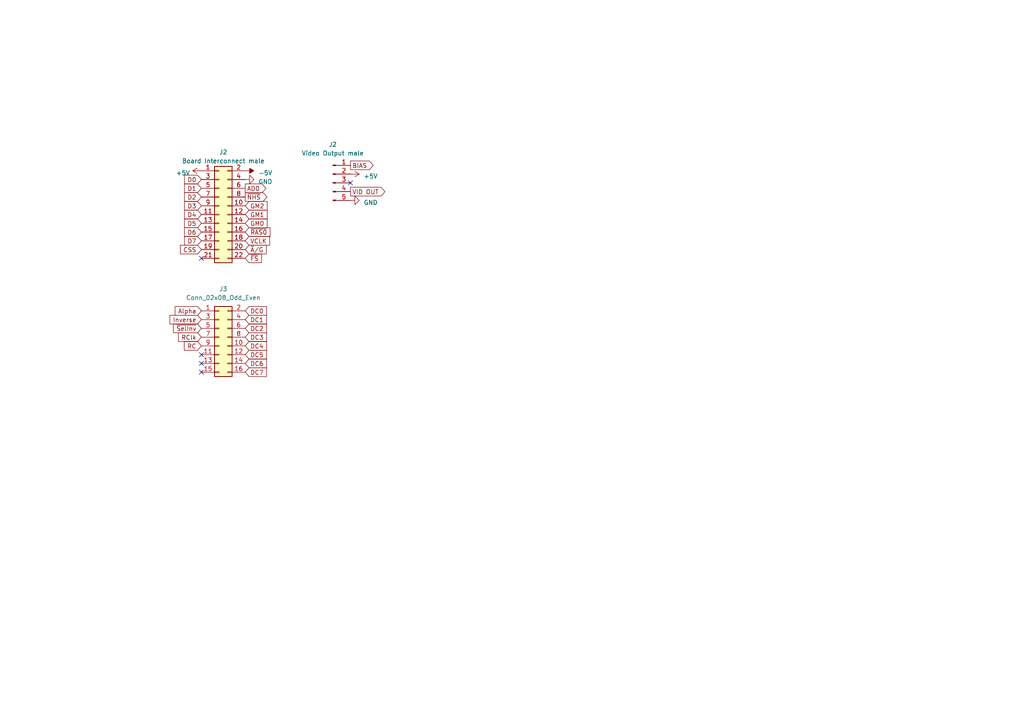
<source format=kicad_sch>
(kicad_sch (version 20230121) (generator eeschema)
  (paper "A4")
  (title_block (date "2023-07-31"))
  (lib_symbols
    (symbol "Connector:Conn_01x05_Pin" (pin_names (offset 1.016) hide)
      (property "Reference" "J" (at 0 7.62 0))
      (property "Value" "Conn_01x05_Pin" (at 0 -7.62 0))
      (symbol "Conn_01x05_Pin_1_1"
        (polyline (pts (xy 1.27 -5.08) (xy 0.8636 -5.08)) (stroke (width 0.1524)))
        (polyline (pts (xy 1.27 -2.54) (xy 0.8636 -2.54)) (stroke (width 0.1524)))
        (polyline (pts (xy 1.27 0) (xy 0.8636 0)) (stroke (width 0.1524)))
        (polyline (pts (xy 1.27 2.54) (xy 0.8636 2.54)) (stroke (width 0.1524)))
        (polyline (pts (xy 1.27 5.08) (xy 0.8636 5.08)) (stroke (width 0.1524)))
        (rectangle (start 0.8636 -4.953) (end 0 -5.207) (stroke (width 0.1524)) (fill (type outline)))
        (rectangle (start 0.8636 -2.413) (end 0 -2.667) (stroke (width 0.1524)) (fill (type outline)))
        (rectangle (start 0.8636 0.127) (end 0 -0.127) (stroke (width 0.1524)) (fill (type outline)))
        (rectangle (start 0.8636 2.667) (end 0 2.413) (stroke (width 0.1524)) (fill (type outline)))
        (rectangle (start 0.8636 5.207) (end 0 4.953) (stroke (width 0.1524)) (fill (type outline)))
        (pin passive line (at 5.08 5.08 180) (length 3.81) (name "Pin_1") (number "1"))
        (pin passive line (at 5.08 2.54 180) (length 3.81) (name "Pin_2") (number "2"))
        (pin passive line (at 5.08 0 180) (length 3.81) (name "Pin_3") (number "3"))
        (pin passive line (at 5.08 -2.54 180) (length 3.81) (name "Pin_4") (number "4"))
        (pin passive line (at 5.08 -5.08 180) (length 3.81) (name "Pin_5") (number "5"))
      )
    )
    (symbol "Connector_Generic:Conn_02x08_Odd_Even" (pin_names (offset 1.016) hide)
      (property "Reference" "J" (at 1.27 10.16 0))
      (property "Value" "Conn_02x08_Odd_Even" (at 1.27 -12.7 0))
      (symbol "Conn_02x08_Odd_Even_1_1"
        (rectangle (start -1.27 -10.033) (end 0 -10.287) (stroke (width 0.1524)))
        (rectangle (start -1.27 -7.493) (end 0 -7.747) (stroke (width 0.1524)))
        (rectangle (start -1.27 -4.953) (end 0 -5.207) (stroke (width 0.1524)))
        (rectangle (start -1.27 -2.413) (end 0 -2.667) (stroke (width 0.1524)))
        (rectangle (start -1.27 0.127) (end 0 -0.127) (stroke (width 0.1524)))
        (rectangle (start -1.27 2.667) (end 0 2.413) (stroke (width 0.1524)))
        (rectangle (start -1.27 5.207) (end 0 4.953) (stroke (width 0.1524)))
        (rectangle (start -1.27 7.747) (end 0 7.493) (stroke (width 0.1524)))
        (rectangle (start -1.27 8.89) (end 3.81 -11.43) (stroke (width 0.254)) (fill (type background)))
        (rectangle (start 3.81 -10.033) (end 2.54 -10.287) (stroke (width 0.1524)))
        (rectangle (start 3.81 -7.493) (end 2.54 -7.747) (stroke (width 0.1524)))
        (rectangle (start 3.81 -4.953) (end 2.54 -5.207) (stroke (width 0.1524)))
        (rectangle (start 3.81 -2.413) (end 2.54 -2.667) (stroke (width 0.1524)))
        (rectangle (start 3.81 0.127) (end 2.54 -0.127) (stroke (width 0.1524)))
        (rectangle (start 3.81 2.667) (end 2.54 2.413) (stroke (width 0.1524)))
        (rectangle (start 3.81 5.207) (end 2.54 4.953) (stroke (width 0.1524)))
        (rectangle (start 3.81 7.747) (end 2.54 7.493) (stroke (width 0.1524)))
        (pin passive line (at -5.08 7.62 0) (length 3.81) (name "Pin_1") (number "1"))
        (pin passive line (at 7.62 -2.54 180) (length 3.81) (name "Pin_10") (number "10"))
        (pin passive line (at -5.08 -5.08 0) (length 3.81) (name "Pin_11") (number "11"))
        (pin passive line (at 7.62 -5.08 180) (length 3.81) (name "Pin_12") (number "12"))
        (pin passive line (at -5.08 -7.62 0) (length 3.81) (name "Pin_13") (number "13"))
        (pin passive line (at 7.62 -7.62 180) (length 3.81) (name "Pin_14") (number "14"))
        (pin passive line (at -5.08 -10.16 0) (length 3.81) (name "Pin_15") (number "15"))
        (pin passive line (at 7.62 -10.16 180) (length 3.81) (name "Pin_16") (number "16"))
        (pin passive line (at 7.62 7.62 180) (length 3.81) (name "Pin_2") (number "2"))
        (pin passive line (at -5.08 5.08 0) (length 3.81) (name "Pin_3") (number "3"))
        (pin passive line (at 7.62 5.08 180) (length 3.81) (name "Pin_4") (number "4"))
        (pin passive line (at -5.08 2.54 0) (length 3.81) (name "Pin_5") (number "5"))
        (pin passive line (at 7.62 2.54 180) (length 3.81) (name "Pin_6") (number "6"))
        (pin passive line (at -5.08 0 0) (length 3.81) (name "Pin_7") (number "7"))
        (pin passive line (at 7.62 0 180) (length 3.81) (name "Pin_8") (number "8"))
        (pin passive line (at -5.08 -2.54 0) (length 3.81) (name "Pin_9") (number "9"))
      )
    )
    (symbol "Connector_Generic:Conn_02x11_Odd_Even" (pin_names (offset 1.016) hide)
      (property "Reference" "J" (at 1.27 15.24 0))
      (property "Value" "Conn_02x11_Odd_Even" (at 1.27 -15.24 0))
      (symbol "Conn_02x11_Odd_Even_1_1"
        (rectangle (start -1.27 -12.573) (end 0 -12.827) (stroke (width 0.1524)))
        (rectangle (start -1.27 -10.033) (end 0 -10.287) (stroke (width 0.1524)))
        (rectangle (start -1.27 -7.493) (end 0 -7.747) (stroke (width 0.1524)))
        (rectangle (start -1.27 -4.953) (end 0 -5.207) (stroke (width 0.1524)))
        (rectangle (start -1.27 -2.413) (end 0 -2.667) (stroke (width 0.1524)))
        (rectangle (start -1.27 0.127) (end 0 -0.127) (stroke (width 0.1524)))
        (rectangle (start -1.27 2.667) (end 0 2.413) (stroke (width 0.1524)))
        (rectangle (start -1.27 5.207) (end 0 4.953) (stroke (width 0.1524)))
        (rectangle (start -1.27 7.747) (end 0 7.493) (stroke (width 0.1524)))
        (rectangle (start -1.27 10.287) (end 0 10.033) (stroke (width 0.1524)))
        (rectangle (start -1.27 12.827) (end 0 12.573) (stroke (width 0.1524)))
        (rectangle (start -1.27 13.97) (end 3.81 -13.97) (stroke (width 0.254)) (fill (type background)))
        (rectangle (start 3.81 -12.573) (end 2.54 -12.827) (stroke (width 0.1524)))
        (rectangle (start 3.81 -10.033) (end 2.54 -10.287) (stroke (width 0.1524)))
        (rectangle (start 3.81 -7.493) (end 2.54 -7.747) (stroke (width 0.1524)))
        (rectangle (start 3.81 -4.953) (end 2.54 -5.207) (stroke (width 0.1524)))
        (rectangle (start 3.81 -2.413) (end 2.54 -2.667) (stroke (width 0.1524)))
        (rectangle (start 3.81 0.127) (end 2.54 -0.127) (stroke (width 0.1524)))
        (rectangle (start 3.81 2.667) (end 2.54 2.413) (stroke (width 0.1524)))
        (rectangle (start 3.81 5.207) (end 2.54 4.953) (stroke (width 0.1524)))
        (rectangle (start 3.81 7.747) (end 2.54 7.493) (stroke (width 0.1524)))
        (rectangle (start 3.81 10.287) (end 2.54 10.033) (stroke (width 0.1524)))
        (rectangle (start 3.81 12.827) (end 2.54 12.573) (stroke (width 0.1524)))
        (pin passive line (at -5.08 12.7 0) (length 3.81) (name "Pin_1") (number "1"))
        (pin passive line (at 7.62 2.54 180) (length 3.81) (name "Pin_10") (number "10"))
        (pin passive line (at -5.08 0 0) (length 3.81) (name "Pin_11") (number "11"))
        (pin passive line (at 7.62 0 180) (length 3.81) (name "Pin_12") (number "12"))
        (pin passive line (at -5.08 -2.54 0) (length 3.81) (name "Pin_13") (number "13"))
        (pin passive line (at 7.62 -2.54 180) (length 3.81) (name "Pin_14") (number "14"))
        (pin passive line (at -5.08 -5.08 0) (length 3.81) (name "Pin_15") (number "15"))
        (pin passive line (at 7.62 -5.08 180) (length 3.81) (name "Pin_16") (number "16"))
        (pin passive line (at -5.08 -7.62 0) (length 3.81) (name "Pin_17") (number "17"))
        (pin passive line (at 7.62 -7.62 180) (length 3.81) (name "Pin_18") (number "18"))
        (pin passive line (at -5.08 -10.16 0) (length 3.81) (name "Pin_19") (number "19"))
        (pin passive line (at 7.62 12.7 180) (length 3.81) (name "Pin_2") (number "2"))
        (pin passive line (at 7.62 -10.16 180) (length 3.81) (name "Pin_20") (number "20"))
        (pin passive line (at -5.08 -12.7 0) (length 3.81) (name "Pin_21") (number "21"))
        (pin passive line (at 7.62 -12.7 180) (length 3.81) (name "Pin_22") (number "22"))
        (pin passive line (at -5.08 10.16 0) (length 3.81) (name "Pin_3") (number "3"))
        (pin passive line (at 7.62 10.16 180) (length 3.81) (name "Pin_4") (number "4"))
        (pin passive line (at -5.08 7.62 0) (length 3.81) (name "Pin_5") (number "5"))
        (pin passive line (at 7.62 7.62 180) (length 3.81) (name "Pin_6") (number "6"))
        (pin passive line (at -5.08 5.08 0) (length 3.81) (name "Pin_7") (number "7"))
        (pin passive line (at 7.62 5.08 180) (length 3.81) (name "Pin_8") (number "8"))
        (pin passive line (at -5.08 2.54 0) (length 3.81) (name "Pin_9") (number "9"))
      )
    )
    (symbol "power:+5V" (power) (pin_names (offset 0))
      (property "Value" "+5V" (at 0 3.556 0))
      (symbol "+5V_0_1"
        (polyline (pts (xy -0.762 1.27) (xy 0 2.54)))
        (polyline (pts (xy 0 0) (xy 0 2.54)))
        (polyline (pts (xy 0 2.54) (xy 0.762 1.27)))
      )
      (symbol "+5V_1_1"
        (pin power_in line (at 0 0 90) (length 0) hide (name "+5V") (number "1"))
      )
    )
    (symbol "power:-5V" (power) (pin_names (offset 0))
      (property "Value" "-5V" (at 0 3.81 0))
      (symbol "-5V_0_0"
        (pin power_in line (at 0 0 90) (length 0) hide (name "-5V") (number "1"))
      )
      (symbol "-5V_0_1"
        (polyline (pts (xy 0 0) (xy 0 1.27) (xy 0.762 1.27) (xy 0 2.54) (xy -0.762 1.27) (xy 0 1.27)) (fill (type outline)))
      )
    )
    (symbol "power:GND" (power) (pin_names (offset 0))
      (property "Value" "GND" (at 0 -3.81 0))
      (symbol "GND_0_1"
        (polyline (pts (xy 0 0) (xy 0 -1.27) (xy 1.27 -1.27) (xy 0 -2.54) (xy -1.27 -1.27) (xy 0 -1.27)))
      )
      (symbol "GND_1_1"
        (pin power_in line (at 0 0 270) (length 0) hide (name "GND") (number "1"))
      )
    )
  )
  (no_connect (at 58.42 107.95))
  (no_connect (at 58.42 74.93))
  (no_connect (at 58.42 105.41))
  (no_connect (at 58.42 102.87))
  (no_connect (at 101.6508 53.0352))
  (global_label "VID OUT" (shape output) (at 101.6508 55.5752 0) (property "Intersheetrefs" "${INTERSHEET_REFS}" (effects hide)))
  (global_label "~{SelInv}" (shape input) (at 58.42 95.25 180) (property "Intersheetrefs" "${INTERSHEET_REFS}" (effects hide)))
  (global_label "RC" (shape input) (at 58.42 100.33 180) (property "Intersheetrefs" "${INTERSHEET_REFS}" (effects hide)))
  (global_label "DC4" (shape input) (at 71.12 100.33 0) (property "Intersheetrefs" "${INTERSHEET_REFS}" (effects hide)))
  (global_label "AD0" (shape output) (at 71.12 54.61 0) (property "Intersheetrefs" "${INTERSHEET_REFS}" (effects hide)))
  (global_label "D4" (shape input) (at 58.42 62.23 180) (property "Intersheetrefs" "${INTERSHEET_REFS}" (effects hide)))
  (global_label "D1" (shape input) (at 58.42 54.61 180) (property "Intersheetrefs" "${INTERSHEET_REFS}" (effects hide)))
  (global_label "GM2" (shape input) (at 71.12 59.69 0) (property "Intersheetrefs" "${INTERSHEET_REFS}" (effects hide)))
  (global_label "RClk" (shape input) (at 58.42 97.79 180) (property "Intersheetrefs" "${INTERSHEET_REFS}" (effects hide)))
  (global_label "~{NHS}" (shape output) (at 71.12 57.15 0) (property "Intersheetrefs" "${INTERSHEET_REFS}" (effects hide)))
  (global_label "DC0" (shape input) (at 71.12 90.17 0) (property "Intersheetrefs" "${INTERSHEET_REFS}" (effects hide)))
  (global_label "~{FS}" (shape input) (at 71.12 74.93 0) (property "Intersheetrefs" "${INTERSHEET_REFS}" (effects hide)))
  (global_label "DC3" (shape input) (at 71.12 97.79 0) (property "Intersheetrefs" "${INTERSHEET_REFS}" (effects hide)))
  (global_label "GM0" (shape input) (at 71.12 64.77 0) (property "Intersheetrefs" "${INTERSHEET_REFS}" (effects hide)))
  (global_label "Alpha" (shape input) (at 58.42 90.17 180) (property "Intersheetrefs" "${INTERSHEET_REFS}" (effects hide)))
  (global_label "~{RAS0}" (shape input) (at 71.12 67.31 0) (property "Intersheetrefs" "${INTERSHEET_REFS}" (effects hide)))
  (global_label "~{A}{slash}G" (shape input) (at 71.12 72.39 0) (property "Intersheetrefs" "${INTERSHEET_REFS}" (effects hide)))
  (global_label "BIAS" (shape output) (at 101.6508 47.9552 0) (property "Intersheetrefs" "${INTERSHEET_REFS}" (effects hide)))
  (global_label "DC6" (shape input) (at 71.12 105.41 0) (property "Intersheetrefs" "${INTERSHEET_REFS}" (effects hide)))
  (global_label "D5" (shape input) (at 58.42 64.77 180) (property "Intersheetrefs" "${INTERSHEET_REFS}" (effects hide)))
  (global_label "DC2" (shape input) (at 71.12 95.25 0) (property "Intersheetrefs" "${INTERSHEET_REFS}" (effects hide)))
  (global_label "GM1" (shape input) (at 71.12 62.23 0) (property "Intersheetrefs" "${INTERSHEET_REFS}" (effects hide)))
  (global_label "D3" (shape input) (at 58.42 59.69 180) (property "Intersheetrefs" "${INTERSHEET_REFS}" (effects hide)))
  (global_label "DC7" (shape input) (at 71.12 107.95 0) (property "Intersheetrefs" "${INTERSHEET_REFS}" (effects hide)))
  (global_label "VCLK" (shape input) (at 71.12 69.85 0) (property "Intersheetrefs" "${INTERSHEET_REFS}" (effects hide)))
  (global_label "D7" (shape input) (at 58.42 69.85 180) (property "Intersheetrefs" "${INTERSHEET_REFS}" (effects hide)))
  (global_label "D6" (shape input) (at 58.42 67.31 180) (property "Intersheetrefs" "${INTERSHEET_REFS}" (effects hide)))
  (global_label "DC5" (shape input) (at 71.12 102.87 0) (property "Intersheetrefs" "${INTERSHEET_REFS}" (effects hide)))
  (global_label "D2" (shape input) (at 58.42 57.15 180) (property "Intersheetrefs" "${INTERSHEET_REFS}" (effects hide)))
  (global_label "Inverse" (shape input) (at 58.42 92.71 180) (property "Intersheetrefs" "${INTERSHEET_REFS}" (effects hide)))
  (global_label "DC1" (shape input) (at 71.12 92.71 0) (property "Intersheetrefs" "${INTERSHEET_REFS}" (effects hide)))
  (global_label "D0" (shape input) (at 58.42 52.07 180) (property "Intersheetrefs" "${INTERSHEET_REFS}" (effects hide)))
  (global_label "CSS" (shape input) (at 58.42 72.39 180) (property "Intersheetrefs" "${INTERSHEET_REFS}" (effects hide)))
  (symbol (lib_id "power:GND") (at 71.12 52.07 90) (unit 1)
    (property "Reference" "#PWR063" (effects hide))
    (property "Value" "GND" (at 74.93 52.705 90) (effects (justify right)))
    (instances (project "Dragon32" (path "" (reference "#PWR063") (unit 1)) (path "" (reference "#PWR010") (unit 1))) (project "DragonNTSC" (path "" (reference "#PWR05") (unit 1))) (project "extrom" (path "" (reference "#PWR030") (unit 1))))
  )
  (symbol (lib_id "power:+5V") (at 58.42 49.53 90) (unit 1)
    (property "Reference" "#PWR062" (effects hide))
    (property "Value" "+5V" (at 55.118 50.165 90) (effects (justify left)))
    (instances (project "Dragon32" (path "" (reference "#PWR062") (unit 1)) (path "" (reference "#PWR04") (unit 1))) (project "DragonNTSC" (path "" (reference "#PWR01") (unit 1))) (project "extrom" (path "" (reference "#PWR028") (unit 1))))
  )
  (symbol (lib_id "Connector:Conn_01x05_Pin") (at 96.5708 53.0352 0) (unit 1)
    (property "Reference" "J2" (at 96.52 41.91 0))
    (property "Value" "Video Output male" (at 96.52 44.45 0))
    (property "Footprint" "Connector_PinHeader_2.54mm:PinHeader_1x05_P2.54mm_Vertical" (effects hide))
    (instances (project "Dragon32" (path "" (reference "J2") (unit 1)) (path "" (reference "J1") (unit 1))) (project "DragonNTSC" (path "" (reference "J1") (unit 1))) (project "extrom" (path "" (reference "J2") (unit 1))))
  )
  (symbol (lib_id "Connector_Generic:Conn_02x08_Odd_Even") (at 63.5 97.79 0) (unit 1)
    (property "Reference" "J3" (at 64.77 83.82 0))
    (property "Value" "Conn_02x08_Odd_Even" (at 64.77 86.36 0))
    (property "Footprint" "Connector_PinHeader_2.54mm:PinHeader_2x08_P2.54mm_Vertical" (effects hide))
  )
  (symbol (lib_id "power:-5V") (at 71.12 49.53 270) (unit 1)
    (property "Reference" "#PWR064" (effects hide))
    (property "Value" "-5V" (at 74.93 50.165 90) (effects (justify left)))
    (instances (project "Dragon32" (path "" (reference "#PWR064") (unit 1)) (path "" (reference "#PWR06") (unit 1))) (project "DragonNTSC" (path "" (reference "#PWR04") (unit 1))) (project "extrom" (path "" (reference "#PWR029") (unit 1))))
  )
  (symbol (lib_id "power:+5V") (at 101.6508 50.4952 270) (unit 1)
    (property "Reference" "#PWR052" (effects hide))
    (property "Value" "+5V" (at 105.4608 51.1302 90) (effects (justify left)))
    (instances (project "Dragon32" (path "" (reference "#PWR052") (unit 1)) (path "" (reference "#PWR049") (unit 1))) (project "DragonNTSC" (path "" (reference "#PWR02") (unit 1))) (project "extrom" (path "" (reference "#PWR031") (unit 1))))
  )
  (symbol (lib_id "Connector_Generic:Conn_02x11_Odd_Even") (at 63.5 62.23 0) (unit 1)
    (property "Reference" "J2" (at 64.77 44.1452 0))
    (property "Value" "Board Interconnect male" (at 64.77 46.6852 0))
    (property "Footprint" "Connector_PinHeader_2.54mm:PinHeader_2x11_P2.54mm_Vertical" (effects hide))
    (instances (project "Dragon32" (path "" (reference "J2") (unit 1))) (project "extrom" (path "" (reference "J1") (unit 1))))
  )
  (symbol (lib_id "power:GND") (at 101.6508 58.1152 90) (unit 1)
    (property "Reference" "#PWR053" (effects hide))
    (property "Value" "GND" (at 105.4608 58.7502 90) (effects (justify right)))
    (instances (project "Dragon32" (path "" (reference "#PWR053") (unit 1)) (path "" (reference "#PWR050") (unit 1))) (project "DragonNTSC" (path "" (reference "#PWR03") (unit 1))) (project "extrom" (path "" (reference "#PWR032") (unit 1))))
  )
)
</source>
